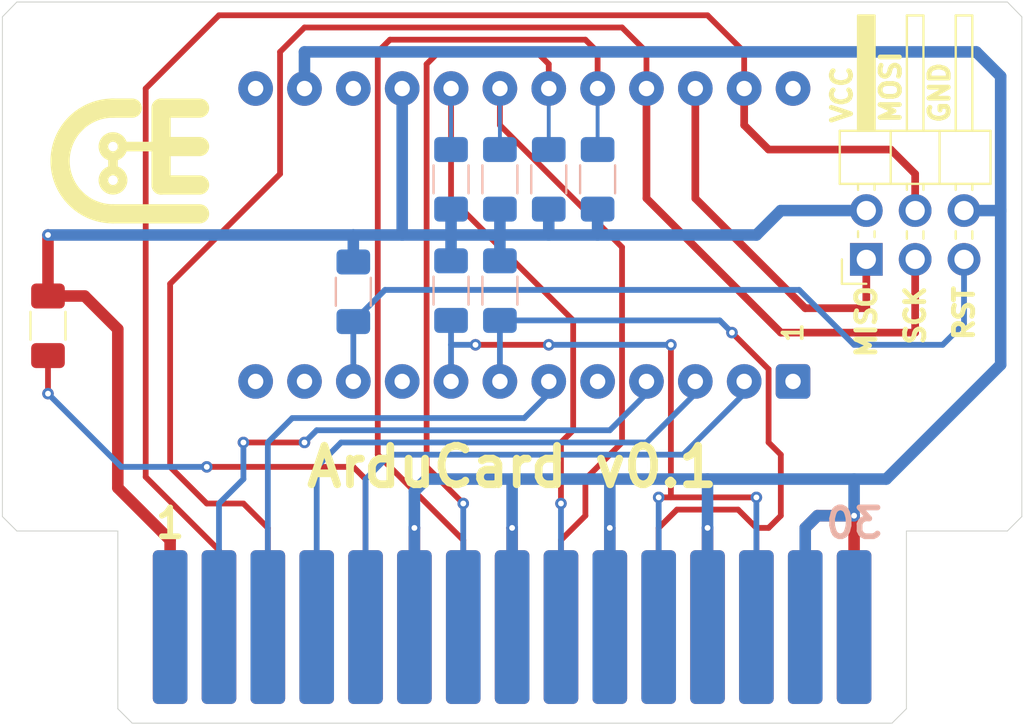
<source format=kicad_pcb>
(kicad_pcb (version 20241229) (generator "pcbnew") (generator_version "9.0")
  (layers (0 "F.Cu" signal) (2 "B.Cu" signal) (13 "F.Paste" user) (15 "B.Paste" user) (5 "F.SilkS" user "F.Silkscreen") (7 "B.SilkS" user "B.Silkscreen") (1 "F.Mask" user) (3 "B.Mask" user) (25 "Edge.Cuts" user))
  (net 0 "")
  (net 1 "SCREEN_RESET")
  (net 2 "BTN_UP")
  (net 3 "BTN_DOWN")
  (net 4 "GND")
  (net 5 "BTN_A")
  (net 6 "BTN_LEFT")
  (net 8 "ISP_MOSI")
  (net 9 "VCC")
  (net 10 "BTN_RIGHT")
  (net 11 "ISP_SCK")
  (net 12 "BTN_B")
  (net 13 "Net-(J1-BTN_MENU1)")
  (net 14 "SPI_CS")
  (net 16 "BUZZER")
  (net 18 "SCREEN_DC")
  (net 19 "ISP_RST")
  (net 20 "ISP_MISO")
  (footprint "carts:Arduino_Pro_Mini_Sides_Only" (layer "F.Cu") (at 141.865 79.6 90)
    (property "Reference" "U1" (hide yes))
    (property "Value" "~" (hide yes))
    (fp_text user "1" (at -5.08 15.24 90) (layer "F.SilkS") (effects (font (thickness 0.2) (bold yes))))
    (pad "1" thru_hole roundrect (at -7.62 15.24 90) (size 1.8 1.8) (drill 0.8) (layers "*.Cu" "*.Mask") (roundrect_rratio 0.1388888889))
    (pad "2" thru_hole circle (at -7.62 12.7 90) (size 1.8 1.8) (drill 0.8) (layers "*.Cu" "*.Mask") (net 16 "BUZZER"))
    (pad "3" thru_hole circle (at -7.62 10.16 90) (size 1.8 1.8) (drill 0.8) (layers "*.Cu" "*.Mask") (net 18 "SCREEN_DC"))
    (pad "4" thru_hole circle (at -7.62 7.62 90) (size 1.8 1.8) (drill 0.8) (layers "*.Cu" "*.Mask") (net 14 "SPI_CS"))
    (pad "5" thru_hole circle (at -7.62 5.08 90) (size 1.8 1.8) (drill 0.8) (layers "*.Cu" "*.Mask"))
    (pad "6" thru_hole circle (at -7.62 2.54 90) (size 1.8 1.8) (drill 0.8) (layers "*.Cu" "*.Mask") (net 1 "SCREEN_RESET"))
    (pad "7" thru_hole circle (at -7.62 0 90) (size 1.8 1.8) (drill 0.8) (layers "*.Cu" "*.Mask") (net 5 "BTN_A"))
    (pad "8" thru_hole circle (at -7.62 -2.54 90) (size 1.8 1.8) (drill 0.8) (layers "*.Cu" "*.Mask") (net 12 "BTN_B"))
    (pad "9" thru_hole circle (at -7.62 -5.08 90) (size 1.8 1.8) (drill 0.8) (layers "*.Cu" "*.Mask"))
    (pad "10" thru_hole circle (at -7.62 -7.62 90) (size 1.8 1.8) (drill 0.8) (layers "*.Cu" "*.Mask") (net 19 "ISP_RST"))
    (pad "11" thru_hole circle (at -7.62 -10.16 90) (size 1.8 1.8) (drill 0.8) (layers "*.Cu" "*.Mask"))
    (pad "12" thru_hole circle (at -7.62 -12.7 90) (size 1.8 1.8) (drill 0.8) (layers "*.Cu" "*.Mask"))
    (pad "19" thru_hole circle (at 7.62 -12.7 90) (size 1.8 1.8) (drill 0.8) (layers "*.Cu" "*.Mask"))
    (pad "20" thru_hole circle (at 7.62 -10.16 90) (size 1.8 1.8) (drill 0.8) (layers "*.Cu" "*.Mask") (net 4 "GND"))
    (pad "21" thru_hole circle (at 7.62 -7.62 90) (size 1.8 1.8) (drill 0.8) (layers "*.Cu" "*.Mask"))
    (pad "22" thru_hole circle (at 7.62 -5.08 90) (size 1.8 1.8) (drill 0.8) (layers "*.Cu" "*.Mask") (net 9 "VCC"))
    (pad "23" thru_hole circle (at 7.62 -2.54 90) (size 1.8 1.8) (drill 0.8) (layers "*.Cu" "*.Mask") (net 10 "BTN_RIGHT"))
    (pad "24" thru_hole circle (at 7.62 0 90) (size 1.8 1.8) (drill 0.8) (layers "*.Cu" "*.Mask") (net 6 "BTN_LEFT"))
    (pad "25" thru_hole circle (at 7.62 2.54 90) (size 1.8 1.8) (drill 0.8) (layers "*.Cu" "*.Mask") (net 3 "BTN_DOWN"))
    (pad "26" thru_hole circle (at 7.62 5.08 90) (size 1.8 1.8) (drill 0.8) (layers "*.Cu" "*.Mask") (net 2 "BTN_UP"))
    (pad "27" thru_hole circle (at 7.62 7.62 90) (size 1.8 1.8) (drill 0.8) (layers "*.Cu" "*.Mask") (net 11 "ISP_SCK"))
    (pad "28" thru_hole circle (at 7.62 10.16 90) (size 1.8 1.8) (drill 0.8) (layers "*.Cu" "*.Mask") (net 20 "ISP_MISO"))
    (pad "29" thru_hole circle (at 7.62 12.7 90) (size 1.8 1.8) (drill 0.8) (layers "*.Cu" "*.Mask") (net 8 "ISP_MOSI"))
    (pad "30" thru_hole circle (at 7.62 15.24 90) (size 1.8 1.8) (drill 0.8) (layers "*.Cu" "*.Mask"))
  )
  (footprint "Resistor_SMD:R_1206_3216Metric_Pad1.30x1.75mm_HandSolder" (layer "F.Cu") (at 118.37 84.325001 -90)
    (property "Reference" "R1" (hide yes))
    (property "Value" "10k" (hide yes))
    (fp_line (start -0.727064 0.91) (end 0.727064 0.91) (stroke (width 0.12)) (layer "F.SilkS"))
    (fp_line (start -0.727064 -0.91) (end 0.727064 -0.91) (stroke (width 0.12)) (layer "F.SilkS"))
    (pad "1" smd roundrect (at -1.550001 0 270) (size 1.3 1.75) (layers "F.Cu" "F.Mask" "F.Paste") (roundrect_rratio 0.192308) (net 9 "VCC"))
    (pad "2" smd roundrect (at 1.550001 0 270) (size 1.3 1.75) (layers "F.Cu" "F.Mask" "F.Paste") (roundrect_rratio 0.192308) (net 13 "Net-(J1-BTN_MENU1)"))
  )
  (footprint "MountingHole:MountingHole_2.1mm" (layer "F.Cu") (at 118.25 92.75)
    (property "Reference" "REF**" (hide yes))
    (property "Value" "MountingHole_2.1mm" (hide yes))
    (pad "" np_thru_hole circle (at 0 0) (size 2.1 2.1) (drill 2.1) (layers "*.Cu" "*.Mask"))
  )
  (footprint "Connector_PinHeader_2.54mm:PinHeader_2x03_P2.54mm_Horizontal" (layer "F.Cu") (at 160.915 80.87 90)
    (property "Reference" "J2" (hide yes))
    (property "Value" "AVR-ISP-6" (hide yes))
    (fp_line (start 6.69 -1.38) (end 3.93 -1.38) (stroke (width 0.12)) (layer "F.SilkS"))
    (fp_line (start 3.93 -1.38) (end 3.93 6.46) (stroke (width 0.12)) (layer "F.SilkS"))
    (fp_line (start -1.27 -1.27) (end 0 -1.27) (stroke (width 0.12)) (layer "F.SilkS"))
    (fp_line (start 3.617358 -0.43) (end 3.93 -0.43) (stroke (width 0.12)) (layer "F.SilkS"))
    (fp_line (start 1.16 -0.43) (end 1.462642 -0.43) (stroke (width 0.12)) (layer "F.SilkS"))
    (fp_line (start -1.27 0) (end -1.27 -1.27) (stroke (width 0.12)) (layer "F.SilkS"))
    (fp_line (start 3.617358 0.43) (end 3.93 0.43) (stroke (width 0.12)) (layer "F.SilkS"))
    (fp_line (start 1.16 0.43) (end 1.462642 0.43) (stroke (width 0.12)) (layer "F.SilkS"))
    (fp_line (start 3.93 1.27) (end 6.69 1.27) (stroke (width 0.12)) (layer "F.SilkS"))
    (fp_line (start 12.69 2.11) (end 12.69 2.97) (stroke (width 0.12)) (layer "F.SilkS"))
    (fp_line (start 6.69 2.11) (end 12.69 2.11) (stroke (width 0.12)) (layer "F.SilkS"))
    (fp_line (start 3.617358 2.11) (end 3.93 2.11) (stroke (width 0.12)) (layer "F.SilkS"))
    (fp_line (start 1.077358 2.11) (end 1.462642 2.11) (stroke (width 0.12)) (layer "F.SilkS"))
    (fp_line (start 12.69 2.97) (end 6.69 2.97) (stroke (width 0.12)) (layer "F.SilkS"))
    (fp_line (start 3.617358 2.97) (end 3.93 2.97) (stroke (width 0.12)) (layer "F.SilkS"))
    (fp_line (start 1.077358 2.97) (end 1.462642 2.97) (stroke (width 0.12)) (layer "F.SilkS"))
    (fp_line (start 3.93 3.81) (end 6.69 3.81) (stroke (width 0.12)) (layer "F.SilkS"))
    (fp_line (start 12.69 4.65) (end 12.69 5.51) (stroke (width 0.12)) (layer "F.SilkS"))
    (fp_line (start 6.69 4.65) (end 12.69 4.65) (stroke (width 0.12)) (layer "F.SilkS"))
    (fp_line (start 3.617358 4.65) (end 3.93 4.65) (stroke (width 0.12)) (layer "F.SilkS"))
    (fp_line (start 1.077358 4.65) (end 1.462642 4.65) (stroke (width 0.12)) (layer "F.SilkS"))
    (fp_line (start 12.69 5.51) (end 6.69 5.51) (stroke (width 0.12)) (layer "F.SilkS"))
    (fp_line (start 3.617358 5.51) (end 3.93 5.51) (stroke (width 0.12)) (layer "F.SilkS"))
    (fp_line (start 1.077358 5.51) (end 1.462642 5.51) (stroke (width 0.12)) (layer "F.SilkS"))
    (fp_line (start 6.69 6.46) (end 6.69 -1.38) (stroke (width 0.12)) (layer "F.SilkS"))
    (fp_line (start 3.93 6.46) (end 6.69 6.46) (stroke (width 0.12)) (layer "F.SilkS"))
    (fp_rect (start 6.69 -0.43) (end 12.69 0.43) (stroke (width 0.12)) (fill yes) (layer "F.SilkS"))
    (pad "1" thru_hole rect (at 0 0 90) (size 1.7 1.7) (drill 1) (layers "*.Cu" "*.Mask") (net 20 "ISP_MISO"))
    (pad "2" thru_hole circle (at 2.54 0 90) (size 1.7 1.7) (drill 1) (layers "*.Cu" "*.Mask") (net 9 "VCC"))
    (pad "3" thru_hole circle (at 0 2.54 90) (size 1.7 1.7) (drill 1) (layers "*.Cu" "*.Mask") (net 11 "ISP_SCK"))
    (pad "4" thru_hole circle (at 2.54 2.54 90) (size 1.7 1.7) (drill 1) (layers "*.Cu" "*.Mask") (net 8 "ISP_MOSI"))
    (pad "5" thru_hole circle (at 0 5.08 90) (size 1.7 1.7) (drill 1) (layers "*.Cu" "*.Mask") (net 19 "ISP_RST"))
    (pad "6" thru_hole circle (at 2.54 5.08 90) (size 1.7 1.7) (drill 1) (layers "*.Cu" "*.Mask") (net 4 "GND"))
  )
  (footprint "MountingHole:MountingHole_2.1mm" (layer "F.Cu") (at 118.25 69.75)
    (property "Reference" "REF**" (hide yes))
    (property "Value" "MountingHole_2.1mm" (hide yes))
    (pad "" np_thru_hole circle (at 0 0) (size 2.1 2.1) (drill 2.1) (layers "*.Cu" "*.Mask"))
  )
  (footprint "carts:Logo" (layer "F.Cu") (at 122.75 75.75)
    (property "Reference" "REF**" (hide yes))
    (property "Value" "Logo" (hide yes))
    (fp_line (start -1 -2.75) (end 0 -2.75) (stroke (width 1)) (layer "F.SilkS"))
    (fp_line (start -1 -0.25) (end -1 0.5) (stroke (width 0.5)) (layer "F.SilkS"))
    (fp_line (start 1.5 1.25) (end 1.5 -2.75) (stroke (width 1)) (layer "F.SilkS"))
    (fp_line (start 2 -0.75) (end -0.5 -0.75) (stroke (width 0.5)) (layer "F.SilkS"))
    (fp_line (start 3.5 -2.75) (end 1.5 -2.75) (stroke (width 1)) (layer "F.SilkS"))
    (fp_line (start 3.5 -0.75) (end 1.5 -0.75) (stroke (width 1)) (layer "F.SilkS"))
    (fp_line (start 3.5 1.25) (end 1.5 1.25) (stroke (width 1)) (layer "F.SilkS"))
    (fp_line (start 3.5 2.75) (end -1 2.75) (stroke (width 1)) (layer "F.SilkS"))
    (fp_arc (start -1 2.75) (mid -3.75 0) (end -1 -2.75) (stroke (width 1)) (layer "F.SilkS"))
    (fp_circle (center -1 -0.75) (end -0.5 -0.75) (stroke (width 0.5)) (fill no) (layer "F.SilkS"))
    (fp_circle (center -1 1) (end -0.5 1) (stroke (width 0.5)) (fill no) (layer "F.SilkS"))
  )
  (footprint "carts:Edge_Connector" (layer "F.Cu") (at 142.5 100)
    (property "Reference" "J1" (hide yes))
    (property "Value" "~" (hide yes))
    (pad "1" connect roundrect (at -17.78 0) (size 1.8 8) (layers "F.Cu" "F.Mask") (roundrect_rratio 0.15) (net 9 "VCC"))
    (pad "2" connect roundrect (at -17.78 0) (size 1.8 8) (layers "B.Cu" "B.Mask") (roundrect_rratio 0.15))
    (pad "3" connect roundrect (at -15.24 0) (size 1.8 8) (layers "F.Cu" "F.Mask") (roundrect_rratio 0.15) (net 8 "ISP_MOSI"))
    (pad "4" connect roundrect (at -15.24 0) (size 1.8 8) (layers "B.Cu" "B.Mask") (roundrect_rratio 0.15) (net 14 "SPI_CS"))
    (pad "5" connect roundrect (at -12.7 0) (size 1.8 8) (layers "F.Cu" "F.Mask") (roundrect_rratio 0.15) (net 11 "ISP_SCK"))
    (pad "6" connect roundrect (at -12.7 0) (size 1.8 8) (layers "B.Cu" "B.Mask") (roundrect_rratio 0.15) (net 1 "SCREEN_RESET"))
    (pad "7" connect roundrect (at -10.16 0) (size 1.8 8) (layers "F.Cu" "F.Mask") (roundrect_rratio 0.15))
    (pad "8" connect roundrect (at -10.16 0) (size 1.8 8) (layers "B.Cu" "B.Mask") (roundrect_rratio 0.15) (net 18 "SCREEN_DC"))
    (pad "9" connect roundrect (at -7.62 0) (size 1.8 8) (layers "F.Cu" "F.Mask") (roundrect_rratio 0.15) (net 13 "Net-(J1-BTN_MENU1)"))
    (pad "10" connect roundrect (at -7.62 0) (size 1.8 8) (layers "B.Cu" "B.Mask") (roundrect_rratio 0.15) (net 16 "BUZZER"))
    (pad "11" connect roundrect (at -5.08 0) (size 1.8 8) (layers "F.Cu" "F.Mask") (roundrect_rratio 0.15) (net 4 "GND"))
    (pad "12" connect roundrect (at -5.08 0) (size 1.8 8) (layers "B.Cu" "B.Mask") (roundrect_rratio 0.15) (net 4 "GND"))
    (pad "13" connect roundrect (at -2.54 0) (size 1.8 8) (layers "F.Cu" "F.Mask") (roundrect_rratio 0.15) (net 2 "BTN_UP"))
    (pad "14" connect roundrect (at -2.54 0) (size 1.8 8) (layers "B.Cu" "B.Mask") (roundrect_rratio 0.15) (net 3 "BTN_DOWN"))
    (pad "15" connect roundrect (at 0 0) (size 1.8 8) (layers "F.Cu" "F.Mask") (roundrect_rratio 0.15) (net 4 "GND"))
    (pad "16" connect roundrect (at 0 0) (size 1.8 8) (layers "B.Cu" "B.Mask") (roundrect_rratio 0.15) (net 4 "GND"))
    (pad "17" connect roundrect (at 2.54 0) (size 1.8 8) (layers "F.Cu" "F.Mask") (roundrect_rratio 0.15) (net 6 "BTN_LEFT"))
    (pad "18" connect roundrect (at 2.54 0) (size 1.8 8) (layers "B.Cu" "B.Mask") (roundrect_rratio 0.15) (net 10 "BTN_RIGHT"))
    (pad "19" connect roundrect (at 5.08 0) (size 1.8 8) (layers "F.Cu" "F.Mask") (roundrect_rratio 0.15) (net 4 "GND"))
    (pad "20" connect roundrect (at 5.08 0) (size 1.8 8) (layers "B.Cu" "B.Mask") (roundrect_rratio 0.15) (net 4 "GND"))
    (pad "21" connect roundrect (at 7.62 0) (size 1.8 8) (layers "F.Cu" "F.Mask") (roundrect_rratio 0.15) (net 5 "BTN_A"))
    (pad "22" connect roundrect (at 7.62 0) (size 1.8 8) (layers "B.Cu" "B.Mask") (roundrect_rratio 0.15) (net 12 "BTN_B"))
    (pad "23" connect roundrect (at 10.16 0) (size 1.8 8) (layers "F.Cu" "F.Mask") (roundrect_rratio 0.15) (net 4 "GND"))
    (pad "24" connect roundrect (at 10.16 0) (size 1.8 8) (layers "B.Cu" "B.Mask") (roundrect_rratio 0.15) (net 4 "GND"))
    (pad "25" connect roundrect (at 12.7 0) (size 1.8 8) (layers "F.Cu" "F.Mask") (roundrect_rratio 0.15) (net 5 "BTN_A"))
    (pad "26" connect roundrect (at 12.7 0) (size 1.8 8) (layers "B.Cu" "B.Mask") (roundrect_rratio 0.15) (net 12 "BTN_B"))
    (pad "27" connect roundrect (at 15.24 0) (size 1.8 8) (layers "F.Cu" "F.Mask") (roundrect_rratio 0.15) (net 4 "GND"))
    (pad "28" connect roundrect (at 15.24 0) (size 1.8 8) (layers "B.Cu" "B.Mask") (roundrect_rratio 0.15) (net 4 "GND"))
    (pad "29" connect roundrect (at 17.78 0) (size 1.8 8) (layers "F.Cu" "F.Mask") (roundrect_rratio 0.15) (net 4 "GND"))
    (pad "30" connect roundrect (at 17.78 0) (size 1.8 8) (layers "B.Cu" "B.Mask") (roundrect_rratio 0.15))
  )
  (footprint "MountingHole:MountingHole_2.1mm" (layer "F.Cu") (at 166.75 92.75)
    (property "Reference" "REF**" (hide yes))
    (property "Value" "MountingHole_2.1mm" (hide yes))
    (pad "" np_thru_hole circle (at 0 0) (size 2.1 2.1) (drill 2.1) (layers "*.Cu" "*.Mask"))
  )
  (footprint "Resistor_SMD:R_1206_3216Metric_Pad1.30x1.75mm_HandSolder" (layer "B.Cu") (at 139.325 76.705001 90)
    (property "Reference" "R6" (hide yes))
    (property "Value" "10k" (hide yes))
    (fp_line (start -0.727064 -0.91) (end 0.727064 -0.91) (stroke (width 0.12)) (layer "B.SilkS"))
    (fp_line (start -0.727064 0.91) (end 0.727064 0.91) (stroke (width 0.12)) (layer "B.SilkS"))
    (pad "1" smd roundrect (at -1.550001 0 90) (size 1.3 1.75) (layers "B.Cu" "B.Mask" "B.Paste") (roundrect_rratio 0.192308) (net 9 "VCC"))
    (pad "2" smd roundrect (at 1.550001 0 90) (size 1.3 1.75) (layers "B.Cu" "B.Mask" "B.Paste") (roundrect_rratio 0.192308) (net 10 "BTN_RIGHT"))
  )
  (footprint "Resistor_SMD:R_1206_3216Metric_Pad1.30x1.75mm_HandSolder" (layer "B.Cu") (at 146.945 76.705001 90)
    (property "Reference" "R3" (hide yes))
    (property "Value" "10k" (hide yes))
    (fp_line (start -0.727064 -0.91) (end 0.727064 -0.91) (stroke (width 0.12)) (layer "B.SilkS"))
    (fp_line (start -0.727064 0.91) (end 0.727064 0.91) (stroke (width 0.12)) (layer "B.SilkS"))
    (pad "1" smd roundrect (at -1.550001 0 90) (size 1.3 1.75) (layers "B.Cu" "B.Mask" "B.Paste") (roundrect_rratio 0.192308) (net 9 "VCC"))
    (pad "2" smd roundrect (at 1.550001 0 90) (size 1.3 1.75) (layers "B.Cu" "B.Mask" "B.Paste") (roundrect_rratio 0.192308) (net 2 "BTN_UP"))
  )
  (footprint "Resistor_SMD:R_1206_3216Metric_Pad1.30x1.75mm_HandSolder" (layer "B.Cu") (at 134.245 82.554999 -90)
    (property "Reference" "R8" (hide yes))
    (property "Value" "10k" (hide yes))
    (fp_line (start -0.727064 0.91) (end 0.727064 0.91) (stroke (width 0.12)) (layer "B.SilkS"))
    (fp_line (start -0.727064 -0.91) (end 0.727064 -0.91) (stroke (width 0.12)) (layer "B.SilkS"))
    (pad "1" smd roundrect (at -1.550001 0 270) (size 1.3 1.75) (layers "B.Cu" "B.Mask" "B.Paste") (roundrect_rratio 0.192308) (net 9 "VCC"))
    (pad "2" smd roundrect (at 1.550001 0 270) (size 1.3 1.75) (layers "B.Cu" "B.Mask" "B.Paste") (roundrect_rratio 0.192308) (net 19 "ISP_RST"))
  )
  (footprint "Resistor_SMD:R_1206_3216Metric_Pad1.30x1.75mm_HandSolder" (layer "B.Cu") (at 144.405 76.705001 90)
    (property "Reference" "R4" (hide yes))
    (property "Value" "10k" (hide yes))
    (fp_line (start -0.727064 -0.91) (end 0.727064 -0.91) (stroke (width 0.12)) (layer "B.SilkS"))
    (fp_line (start -0.727064 0.91) (end 0.727064 0.91) (stroke (width 0.12)) (layer "B.SilkS"))
    (pad "1" smd roundrect (at -1.550001 0 90) (size 1.3 1.75) (layers "B.Cu" "B.Mask" "B.Paste") (roundrect_rratio 0.192308) (net 9 "VCC"))
    (pad "2" smd roundrect (at 1.550001 0 90) (size 1.3 1.75) (layers "B.Cu" "B.Mask" "B.Paste") (roundrect_rratio 0.192308) (net 3 "BTN_DOWN"))
  )
  (footprint "Resistor_SMD:R_1206_3216Metric_Pad1.30x1.75mm_HandSolder" (layer "B.Cu") (at 139.325 82.494999 -90)
    (property "Reference" "R7" (hide yes))
    (property "Value" "10k" (hide yes))
    (fp_line (start -0.727064 0.91) (end 0.727064 0.91) (stroke (width 0.12)) (layer "B.SilkS"))
    (fp_line (start -0.727064 -0.91) (end 0.727064 -0.91) (stroke (width 0.12)) (layer "B.SilkS"))
    (pad "1" smd roundrect (at -1.550001 0 270) (size 1.3 1.75) (layers "B.Cu" "B.Mask" "B.Paste") (roundrect_rratio 0.192308) (net 9 "VCC"))
    (pad "2" smd roundrect (at 1.550001 0 270) (size 1.3 1.75) (layers "B.Cu" "B.Mask" "B.Paste") (roundrect_rratio 0.192308) (net 12 "BTN_B"))
  )
  (footprint "Resistor_SMD:R_1206_3216Metric_Pad1.30x1.75mm_HandSolder" (layer "B.Cu") (at 141.865 82.494998 -90)
    (property "Reference" "R2" (hide yes))
    (property "Value" "10k" (hide yes))
    (fp_line (start -0.727064 0.91) (end 0.727064 0.91) (stroke (width 0.12)) (layer "B.SilkS"))
    (fp_line (start -0.727064 -0.91) (end 0.727064 -0.91) (stroke (width 0.12)) (layer "B.SilkS"))
    (pad "1" smd roundrect (at -1.550001 0 270) (size 1.3 1.75) (layers "B.Cu" "B.Mask" "B.Paste") (roundrect_rratio 0.192308) (net 9 "VCC"))
    (pad "2" smd roundrect (at 1.550001 0 270) (size 1.3 1.75) (layers "B.Cu" "B.Mask" "B.Paste") (roundrect_rratio 0.192308) (net 5 "BTN_A"))
  )
  (footprint "Resistor_SMD:R_1206_3216Metric_Pad1.30x1.75mm_HandSolder" (layer "B.Cu") (at 141.865 76.705002 90)
    (property "Reference" "R5" (hide yes))
    (property "Value" "10k" (hide yes))
    (fp_line (start -0.727064 -0.91) (end 0.727064 -0.91) (stroke (width 0.12)) (layer "B.SilkS"))
    (fp_line (start -0.727064 0.91) (end 0.727064 0.91) (stroke (width 0.12)) (layer "B.SilkS"))
    (pad "1" smd roundrect (at -1.550001 0 90) (size 1.3 1.75) (layers "B.Cu" "B.Mask" "B.Paste") (roundrect_rratio 0.192308) (net 9 "VCC"))
    (pad "2" smd roundrect (at 1.550001 0 90) (size 1.3 1.75) (layers "B.Cu" "B.Mask" "B.Paste") (roundrect_rratio 0.192308) (net 6 "BTN_LEFT"))
  )
  (gr_line (start 168.25 67.48) (end 116.75 67.48) (stroke (width 0.05)) (layer "Edge.Cuts"))
  (gr_line (start 122 95) (end 122 104.25) (stroke (width 0.05)) (layer "Edge.Cuts"))
  (gr_line (start 169 68.25) (end 168.25 67.48) (stroke (width 0.05)) (layer "Edge.Cuts"))
  (gr_line (start 122 104.25) (end 122.75 105) (stroke (width 0.05)) (layer "Edge.Cuts"))
  (gr_line (start 116.75 95) (end 116 94.25) (stroke (width 0.05)) (layer "Edge.Cuts"))
  (gr_line (start 169 94.25) (end 169 68.25) (stroke (width 0.05)) (layer "Edge.Cuts"))
  (gr_line (start 116.75 95) (end 122 95) (stroke (width 0.05)) (layer "Edge.Cuts"))
  (gr_line (start 116 68.25) (end 116 94.25) (stroke (width 0.05)) (layer "Edge.Cuts"))
  (gr_line (start 122.75 105) (end 162.25 105) (stroke (width 0.05)) (layer "Edge.Cuts"))
  (gr_line (start 163 95) (end 168.25 95) (stroke (width 0.05)) (layer "Edge.Cuts"))
  (gr_line (start 162.25 105) (end 163 104.25) (stroke (width 0.05)) (layer "Edge.Cuts"))
  (gr_line (start 163 104.25) (end 163 95) (stroke (width 0.05)) (layer "Edge.Cuts"))
  (gr_line (start 168.25 95) (end 169 94.25) (stroke (width 0.05)) (layer "Edge.Cuts"))
  (gr_line (start 116 68.25) (end 116.75 67.48) (stroke (width 0.05)) (layer "Edge.Cuts"))
  (gr_text "VCC" (at 159.645 73.885 90) (layer "F.SilkS") (effects (font (size 1 1) (thickness 0.25) (bold yes)) (justify left)))
  (gr_text "MOSI" (at 162.185 73.885 90) (layer "F.SilkS") (effects (font (size 1 1) (thickness 0.25) (bold yes)) (justify left)))
  (gr_text "RST" (at 165.995 82.14 90) (layer "F.SilkS") (effects (font (size 1 1) (thickness 0.25) (bold yes)) (justify right)))
  (gr_text "SCK" (at 163.455 82.14 90) (layer "F.SilkS") (effects (font (size 1 1) (thickness 0.25) (bold yes)) (justify right)))
  (gr_text "MISO" (at 160.915 82.14 90) (layer "F.SilkS") (effects (font (size 1 1) (thickness 0.25) (bold yes)) (justify right)))
  (gr_text "GND" (at 164.725 73.885 90) (layer "F.SilkS") (effects (font (size 1 1) (thickness 0.25) (bold yes)) (justify left)))
  (gr_text "ArduCard v0.1" (at 142.5 91.665 0) (layer "F.SilkS") (effects (font (size 2 2) (thickness 0.4) (bold yes))))
  (gr_text "1" (at 124.72 95.475 0) (layer "F.SilkS") (effects (font (size 1.5 1.5) (thickness 0.3) (bold yes)) (justify bottom)))
  (gr_text "30" (at 160.28 95.475 0) (layer "B.SilkS") (effects (font (size 1.5 1.5) (thickness 0.3) (bold yes)) (justify bottom mirror)))
  (segment (start 131.07 89.125) (end 129.8 90.395) (width 0.3) (layer "B.Cu") (net 1))
  (segment (start 143.135 89.125) (end 131.07 89.125) (width 0.3) (layer "B.Cu") (net 1))
  (segment (start 129.8 90.395) (end 129.8 100) (width 0.3) (layer "B.Cu") (net 1))
  (segment (start 144.405 87.22) (end 144.405 87.855) (width 0.3) (layer "B.Cu") (net 1))
  (segment (start 144.405 87.855) (end 143.135 89.125) (width 0.3) (layer "B.Cu") (net 1))
  (segment (start 139.96 100) (end 139.96 95.475) (width 0.3) (layer "F.Cu") (net 2))
  (segment (start 146.945 70.075) (end 146.945 71.98) (width 0.3) (layer "F.Cu") (net 2))
  (segment (start 139.96 95.475) (end 135.515 91.03) (width 0.3) (layer "F.Cu") (net 2))
  (segment (start 135.515 70.075) (end 136.15 69.44) (width 0.3) (layer "F.Cu") (net 2))
  (segment (start 146.31 69.44) (end 146.945 70.075) (width 0.3) (layer "F.Cu") (net 2))
  (segment (start 136.15 69.44) (end 146.31 69.44) (width 0.3) (layer "F.Cu") (net 2))
  (segment (start 135.515 91.03) (end 135.515 70.075) (width 0.3) (layer "F.Cu") (net 2))
  (segment (start 146.945 75.155) (end 146.945 71.98) (width 0.2) (layer "B.Cu") (net 2))
  (segment (start 139.96 93.57) (end 138.055 91.665) (width 0.3) (layer "F.Cu") (net 3))
  (segment (start 138.055 70.71) (end 138.69 70.075) (width 0.3) (layer "F.Cu") (net 3))
  (segment (start 138.69 70.075) (end 143.77 70.075) (width 0.3) (layer "F.Cu") (net 3))
  (segment (start 143.77 70.075) (end 144.405 70.71) (width 0.3) (layer "F.Cu") (net 3))
  (segment (start 144.405 70.71) (end 144.405 71.98) (width 0.3) (layer "F.Cu") (net 3))
  (segment (start 138.055 91.665) (end 138.055 70.71) (width 0.3) (layer "F.Cu") (net 3))
  (via (at 139.96 93.57) (size 0.6) (drill 0.3) (layers "F.Cu" "B.Cu") (net 3))
  (segment (start 144.405 75.155) (end 144.405 71.98) (width 0.2) (layer "B.Cu") (net 3))
  (segment (start 139.96 100) (end 139.96 93.57) (width 0.3) (layer "B.Cu") (net 3))
  (segment (start 142.5 100) (end 142.5 94.84) (width 0.6) (layer "F.Cu") (net 4))
  (segment (start 137.42 100) (end 137.42 94.84) (width 0.6) (layer "F.Cu") (net 4))
  (segment (start 152.66 94.84) (end 152.66 100) (width 0.6) (layer "F.Cu") (net 4))
  (segment (start 147.58 100) (end 147.58 94.84) (width 0.6) (layer "F.Cu") (net 4))
  (segment (start 157.74 100) (end 157.74 94.84) (width 0.6) (layer "F.Cu") (net 4))
  (segment (start 160.28 94.205) (end 160.28 100) (width 0.6) (layer "F.Cu") (net 4))
  (segment (start 158.375 94.205) (end 160.28 94.205) (width 0.6) (layer "F.Cu") (net 4))
  (segment (start 157.74 94.84) (end 158.375 94.205) (width 0.6) (layer "F.Cu") (net 4))
  (via (at 152.66 94.84) (size 0.6) (drill 0.3) (layers "F.Cu" "B.Cu") (net 4))
  (via (at 147.58 94.84) (size 0.6) (drill 0.3) (layers "F.Cu" "B.Cu") (net 4))
  (via (at 137.42 94.84) (size 0.6) (drill 0.3) (layers "F.Cu" "B.Cu") (net 4))
  (via (at 160.28 94.205) (size 0.6) (drill 0.3) (layers "F.Cu" "B.Cu") (net 4))
  (via (at 142.5 94.84) (size 0.6) (drill 0.3) (layers "F.Cu" "B.Cu") (net 4))
  (segment (start 161.95 92.3) (end 152.66 92.3) (width 0.6) (layer "B.Cu") (net 4))
  (segment (start 160.28 94.205) (end 160.28 92.3) (width 0.6) (layer "B.Cu") (net 4))
  (segment (start 167.9 78.33) (end 167.9 71.345) (width 0.6) (layer "B.Cu") (net 4))
  (segment (start 167.9 86.35) (end 161.95 92.3) (width 0.6) (layer "B.Cu") (net 4))
  (segment (start 138.055 92.3) (end 142.5 92.3) (width 0.6) (layer "B.Cu") (net 4))
  (segment (start 142.5 94.84) (end 142.5 92.3) (width 0.6) (layer "B.Cu") (net 4))
  (segment (start 147.58 92.3) (end 147.58 94.84) (width 0.6) (layer "B.Cu") (net 4))
  (segment (start 167.9 71.345) (end 166.63 70.075) (width 0.6) (layer "B.Cu") (net 4))
  (segment (start 167.9 78.33) (end 165.995 78.33) (width 0.6) (layer "B.Cu") (net 4))
  (segment (start 142.5 100) (end 142.5 94.84) (width 0.6) (layer "B.Cu") (net 4))
  (segment (start 167.9 78.33) (end 167.9 86.35) (width 0.6) (layer "B.Cu") (net 4))
  (segment (start 158.375 94.205) (end 160.28 94.205) (width 0.6) (layer "B.Cu") (net 4))
  (segment (start 152.66 94.84) (end 152.66 92.3) (width 0.6) (layer "B.Cu") (net 4))
  (segment (start 137.42 92.935) (end 138.055 92.3) (width 0.6) (layer "B.Cu") (net 4))
  (segment (start 137.42 94.84) (end 137.42 92.935) (width 0.6) (layer "B.Cu") (net 4))
  (segment (start 142.5 92.3) (end 152.66 92.3) (width 0.6) (layer "B.Cu") (net 4))
  (segment (start 137.42 100) (end 137.42 94.84) (width 0.6) (layer "B.Cu") (net 4))
  (segment (start 131.705 71.98) (end 131.705 70.075) (width 0.6) (layer "B.Cu") (net 4))
  (segment (start 131.705 70.075) (end 166.63 70.075) (width 0.6) (layer "B.Cu") (net 4))
  (segment (start 152.66 100) (end 152.66 94.84) (width 0.6) (layer "B.Cu") (net 4))
  (segment (start 147.58 100) (end 147.58 94.84) (width 0.6) (layer "B.Cu") (net 4))
  (segment (start 157.74 94.84) (end 158.375 94.205) (width 0.6) (layer "B.Cu") (net 4))
  (segment (start 157.74 100) (end 157.74 94.84) (width 0.6) (layer "B.Cu") (net 4))
  (segment (start 150.12 94.84) (end 151.0725 93.8875) (width 0.3) (layer "F.Cu") (net 5))
  (segment (start 155.835 86.585) (end 153.93 84.68) (width 0.3) (layer "F.Cu") (net 5))
  (segment (start 155.2 94.84) (end 155.835 94.84) (width 0.3) (layer "F.Cu") (net 5))
  (segment (start 154.2475 93.8875) (end 155.2 94.84) (width 0.3) (layer "F.Cu") (net 5))
  (segment (start 151.0725 93.8875) (end 154.2475 93.8875) (width 0.3) (layer "F.Cu") (net 5))
  (segment (start 156.47 94.205) (end 155.835 94.84) (width 0.3) (layer "F.Cu") (net 5))
  (segment (start 155.2 94.84) (end 155.2 100) (width 0.3) (layer "F.Cu") (net 5))
  (segment (start 155.835 86.585) (end 155.835 90.395) (width 0.3) (layer "F.Cu") (net 5))
  (segment (start 156.47 91.03) (end 156.47 94.205) (width 0.3) (layer "F.Cu") (net 5))
  (segment (start 155.835 90.395) (end 156.47 91.03) (width 0.3) (layer "F.Cu") (net 5))
  (segment (start 150.12 100) (end 150.12 94.84) (width 0.3) (layer "F.Cu") (net 5))
  (via (at 153.93 84.68) (size 0.6) (drill 0.3) (layers "F.Cu" "B.Cu") (net 5))
  (segment (start 141.865 84.044999) (end 153.294999 84.044999) (width 0.3) (layer "B.Cu") (net 5))
  (segment (start 141.865 84.045001) (end 141.865 87.22) (width 0.3) (layer "B.Cu") (net 5))
  (segment (start 153.294999 84.044999) (end 153.93 84.68) (width 0.3) (layer "B.Cu") (net 5))
  (segment (start 146.31 92.3) (end 148.215 90.395) (width 0.3) (layer "F.Cu") (net 6))
  (segment (start 148.215 80.235) (end 141.865 73.885) (width 0.3) (layer "F.Cu") (net 6))
  (segment (start 146.31 94.205) (end 146.31 92.3) (width 0.3) (layer "F.Cu") (net 6))
  (segment (start 145.04 95.475) (end 146.31 94.205) (width 0.3) (layer "F.Cu") (net 6))
  (segment (start 148.215 90.395) (end 148.215 80.235) (width 0.3) (layer "F.Cu") (net 6))
  (segment (start 145.04 100) (end 145.04 95.475) (width 0.3) (layer "F.Cu") (net 6))
  (segment (start 141.865 73.885) (end 141.865 71.98) (width 0.3) (layer "F.Cu") (net 6))
  (segment (start 141.865 75.154999) (end 141.865 71.98) (width 0.2) (layer "B.Cu") (net 6))
  (segment (start 154.565 71.98) (end 154.565 70.075) (width 0.3) (layer "F.Cu") (net 8))
  (segment (start 154.565 71.98) (end 154.565 73.885) (width 0.4) (layer "F.Cu") (net 8))
  (segment (start 154.565 70.075) (end 152.66 68.17) (width 0.3) (layer "F.Cu") (net 8))
  (segment (start 154.565 73.885) (end 155.835 75.155) (width 0.4) (layer "F.Cu") (net 8))
  (segment (start 152.66 68.17) (end 127.26 68.17) (width 0.3) (layer "F.Cu") (net 8))
  (segment (start 127.26 96.000001) (end 127.26 100) (width 0.3) (layer "F.Cu") (net 8))
  (segment (start 127.26 68.17) (end 123.45 71.98) (width 0.3) (layer "F.Cu") (net 8))
  (segment (start 123.45 92.190001) (end 127.26 96.000001) (width 0.3) (layer "F.Cu") (net 8))
  (segment (start 162.185 75.155) (end 163.455 76.425) (width 0.4) (layer "F.Cu") (net 8))
  (segment (start 123.45 71.98) (end 123.45 92.190001) (width 0.3) (layer "F.Cu") (net 8))
  (segment (start 163.455 76.425) (end 163.455 78.33) (width 0.4) (layer "F.Cu") (net 8))
  (segment (start 155.835 75.155) (end 162.185 75.155) (width 0.4) (layer "F.Cu") (net 8))
  (segment (start 124.72 95.475) (end 122 92.755) (width 0.6) (layer "F.Cu") (net 9))
  (segment (start 122 84.5) (end 120.275 82.775) (width 0.6) (layer "F.Cu") (net 9))
  (segment (start 120.275 82.775) (end 118.37 82.775) (width 0.6) (layer "F.Cu") (net 9))
  (segment (start 122 92.755) (end 122 84.5) (width 0.6) (layer "F.Cu") (net 9))
  (segment (start 118.37 82.775) (end 118.37 79.6) (width 0.6) (layer "F.Cu") (net 9))
  (segment (start 124.72 100) (end 124.72 95.475) (width 0.6) (layer "F.Cu") (net 9))
  (via (at 118.37 79.6) (size 0.6) (drill 0.3) (layers "F.Cu" "B.Cu") (net 9))
  (segment (start 139.325 78.255002) (end 139.325 79.6) (width 0.6) (layer "B.Cu") (net 9))
  (segment (start 146.944999 79.6) (end 146.945 78.255002) (width 0.6) (layer "B.Cu") (net 9))
  (segment (start 155.2 79.6) (end 146.944999 79.6) (width 0.6) (layer "B.Cu") (net 9))
  (segment (start 136.785 71.98) (end 136.785001 79.6) (width 0.6) (layer "B.Cu") (net 9))
  (segment (start 141.865 80.944998) (end 141.865 79.6) (width 0.6) (layer "B.Cu") (net 9))
  (segment (start 134.245 79.6) (end 136.785001 79.6) (width 0.6) (layer "B.Cu") (net 9))
  (segment (start 141.865 78.255002) (end 141.865 79.6) (width 0.6) (layer "B.Cu") (net 9))
  (segment (start 139.325 79.6) (end 141.865 79.6) (width 0.6) (layer "B.Cu") (net 9))
  (segment (start 141.865 79.6) (end 144.405 79.6) (width 0.6) (layer "B.Cu") (net 9))
  (segment (start 144.405 79.6) (end 146.944999 79.6) (width 0.6) (layer "B.Cu") (net 9))
  (segment (start 144.405 78.255002) (end 144.405 79.6) (width 0.6) (layer "B.Cu") (net 9))
  (segment (start 156.47 78.33) (end 155.2 79.6) (width 0.6) (layer "B.Cu") (net 9))
  (segment (start 156.47 78.33) (end 160.915 78.33) (width 0.6) (layer "B.Cu") (net 9))
  (segment (start 136.785001 79.6) (end 139.325 79.6) (width 0.6) (layer "B.Cu") (net 9))
  (segment (start 134.245 81.004998) (end 134.245 79.6) (width 0.6) (layer "B.Cu") (net 9))
  (segment (start 139.325 80.944998) (end 139.325 79.6) (width 0.6) (layer "B.Cu") (net 9))
  (segment (start 118.37 79.6) (end 134.245 79.6) (width 0.6) (layer "B.Cu") (net 9))
  (segment (start 145.04 90.395) (end 145.675 89.76) (width 0.3) (layer "F.Cu") (net 10))
  (segment (start 145.04 93.57) (end 145.04 90.395) (width 0.3) (layer "F.Cu") (net 10))
  (segment (start 145.675 84.045) (end 139.325 77.695) (width 0.3) (layer "F.Cu") (net 10))
  (segment (start 145.675 89.76) (end 145.675 84.045) (width 0.3) (layer "F.Cu") (net 10))
  (segment (start 139.325 77.695) (end 139.325 71.98) (width 0.3) (layer "F.Cu") (net 10))
  (via (at 145.04 93.57) (size 0.6) (drill 0.3) (layers "F.Cu" "B.Cu") (net 10))
  (segment (start 139.325 75.155) (end 139.325 71.98) (width 0.2) (layer "B.Cu") (net 10))
  (segment (start 145.04 100) (end 145.04 93.57) (width 0.3) (layer "B.Cu") (net 10))
  (segment (start 124.72 91.665) (end 126.625 93.57) (width 0.3) (layer "F.Cu") (net 11))
  (segment (start 149.485 71.98) (end 149.485 70.075) (width 0.3) (layer "F.Cu") (net 11))
  (segment (start 126.625 93.57) (end 128.53 93.57) (width 0.3) (layer "F.Cu") (net 11))
  (segment (start 130.435 76.425) (end 124.72 82.14) (width 0.3) (layer "F.Cu") (net 11))
  (segment (start 149.485 77.695) (end 156.47 84.68) (width 0.4) (layer "F.Cu") (net 11))
  (segment (start 128.53 93.57) (end 129.8 94.84) (width 0.3) (layer "F.Cu") (net 11))
  (segment (start 129.8 94.84) (end 129.8 100) (width 0.3) (layer "F.Cu") (net 11))
  (segment (start 124.72 82.14) (end 124.72 91.665) (width 0.3) (layer "F.Cu") (net 11))
  (segment (start 156.47 84.68) (end 163.455 84.68) (width 0.4) (layer "F.Cu") (net 11))
  (segment (start 130.435 70.075) (end 130.435 76.425) (width 0.3) (layer "F.Cu") (net 11))
  (segment (start 163.455 84.68) (end 163.455 80.87) (width 0.4) (layer "F.Cu") (net 11))
  (segment (start 149.485 70.075) (end 148.215 68.805) (width 0.3) (layer "F.Cu") (net 11))
  (segment (start 131.705 68.805) (end 130.435 70.075) (width 0.3) (layer "F.Cu") (net 11))
  (segment (start 148.215 68.805) (end 131.705 68.805) (width 0.3) (layer "F.Cu") (net 11))
  (segment (start 149.485 71.98) (end 149.485 77.695) (width 0.4) (layer "F.Cu") (net 11))
  (segment (start 150.12 93.2525) (end 155.2 93.2525) (width 0.3) (layer "F.Cu") (net 12))
  (segment (start 150.755 85.315) (end 150.755 93.2525) (width 0.3) (layer "F.Cu") (net 12))
  (segment (start 140.595 85.315) (end 144.405 85.315) (width 0.3) (layer "F.Cu") (net 12))
  (via (at 150.12 93.2525) (size 0.6) (drill 0.3) (layers "F.Cu" "B.Cu") (net 12))
  (via (at 144.405 85.315) (size 0.6) (drill 0.3) (layers "F.Cu" "B.Cu") (net 12))
  (via (at 155.2 93.2525) (size 0.6) (drill 0.3) (layers "F.Cu" "B.Cu") (net 12))
  (via (at 140.595 85.315) (size 0.6) (drill 0.3) (layers "F.Cu" "B.Cu") (net 12))
  (via (at 150.755 85.315) (size 0.6) (drill 0.3) (layers "F.Cu" "B.Cu") (net 12))
  (segment (start 155.2 100) (end 155.2 93.2525) (width 0.3) (layer "B.Cu") (net 12))
  (segment (start 139.325 85.315) (end 139.325 87.22) (width 0.3) (layer "B.Cu") (net 12))
  (segment (start 139.325 85.315) (end 140.595 85.315) (width 0.3) (layer "B.Cu") (net 12))
  (segment (start 150.12 100) (end 150.12 93.2525) (width 0.3) (layer "B.Cu") (net 12))
  (segment (start 144.405 85.315) (end 150.755 85.315) (width 0.3) (layer "B.Cu") (net 12))
  (segment (start 139.325 84.045) (end 139.325 85.315) (width 0.3) (layer "B.Cu") (net 12))
  (segment (start 134.88 92.3) (end 134.88 100) (width 0.3) (layer "F.Cu") (net 13))
  (segment (start 118.37 87.855) (end 118.37 85.875002) (width 0.3) (layer "F.Cu") (net 13))
  (segment (start 134.245 91.665) (end 134.88 92.3) (width 0.3) (layer "F.Cu") (net 13))
  (segment (start 126.625 91.665) (end 134.245 91.665) (width 0.3) (layer "F.Cu") (net 13))
  (via (at 118.37 87.855) (size 0.6) (drill 0.3) (layers "F.Cu" "B.Cu") (net 13))
  (via (at 126.625 91.665) (size 0.6) (drill 0.3) (layers "F.Cu" "B.Cu") (net 13))
  (segment (start 118.37 87.855) (end 122.18 91.665) (width 0.3) (layer "B.Cu") (net 13))
  (segment (start 122.18 91.665) (end 126.625 91.665) (width 0.3) (layer "B.Cu") (net 13))
  (segment (start 128.53 90.395) (end 131.705 90.395) (width 0.3) (layer "F.Cu") (net 14))
  (via (at 128.53 90.395) (size 0.6) (drill 0.3) (layers "F.Cu" "B.Cu") (net 14))
  (via (at 131.705 90.395) (size 0.6) (drill 0.3) (layers "F.Cu" "B.Cu") (net 14))
  (segment (start 127.26 93.57) (end 127.26 100) (width 0.3) (layer "B.Cu") (net 14))
  (segment (start 128.53 90.395) (end 128.53 92.3) (width 0.3) (layer "B.Cu") (net 14))
  (segment (start 132.34 89.76) (end 147.58 89.76) (width 0.3) (layer "B.Cu") (net 14))
  (segment (start 128.53 92.3) (end 127.26 93.57) (width 0.3) (layer "B.Cu") (net 14))
  (segment (start 131.705 90.395) (end 132.34 89.76) (width 0.3) (layer "B.Cu") (net 14))
  (segment (start 147.58 89.76) (end 149.485 87.855) (width 0.3) (layer "B.Cu") (net 14))
  (segment (start 151.39 91.03) (end 136.15 91.03) (width 0.3) (layer "B.Cu") (net 16))
  (segment (start 154.565 87.855) (end 151.39 91.03) (width 0.3) (layer "B.Cu") (net 16))
  (segment (start 134.88 92.3) (end 134.88 100) (width 0.3) (layer "B.Cu") (net 16))
  (segment (start 136.15 91.03) (end 134.88 92.3) (width 0.3) (layer "B.Cu") (net 16))
  (segment (start 133.61 90.395) (end 149.485 90.395) (width 0.3) (layer "B.Cu") (net 18))
  (segment (start 132.34 91.665) (end 133.61 90.395) (width 0.3) (layer "B.Cu") (net 18))
  (segment (start 132.34 100) (end 132.34 91.665) (width 0.3) (layer "B.Cu") (net 18))
  (segment (start 152.025 87.855) (end 152.025 87.22) (width 0.3) (layer "B.Cu") (net 18))
  (segment (start 149.485 90.395) (end 152.025 87.855) (width 0.3) (layer "B.Cu") (net 18))
  (segment (start 134.245 84.105) (end 134.245 87.22) (width 0.3) (layer "B.Cu") (net 19))
  (segment (start 157.4225 82.4575) (end 160.28 85.315) (width 0.3) (layer "B.Cu") (net 19))
  (segment (start 160.28 85.315) (end 164.884999 85.315) (width 0.3) (layer "B.Cu") (net 19))
  (segment (start 134.245 84.105) (end 135.8925 82.4575) (width 0.3) (layer "B.Cu") (net 19))
  (segment (start 135.8925 82.4575) (end 157.4225 82.4575) (width 0.3) (layer "B.Cu") (net 19))
  (segment (start 164.884999 85.315) (end 165.995 84.204999) (width 0.3) (layer "B.Cu") (net 19))
  (segment (start 165.995 84.204999) (end 165.995 80.87) (width 0.3) (layer "B.Cu") (net 19))
  (segment (start 152.025 77.695) (end 157.74 83.41) (width 0.4) (layer "F.Cu") (net 20))
  (segment (start 160.915 83.41) (end 160.915 80.87) (width 0.4) (layer "F.Cu") (net 20))
  (segment (start 152.025 71.98) (end 152.025 77.695) (width 0.4) (layer "F.Cu") (net 20))
  (segment (start 157.74 83.41) (end 160.915 83.41) (width 0.4) (layer "F.Cu") (net 20))
)
</source>
